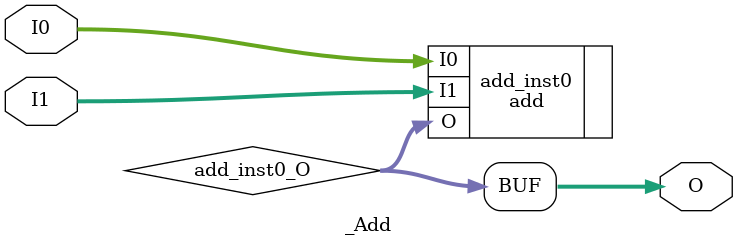
<source format=v>
module _Add (input [7:0] I0, input [7:0] I1, output [7:0] O);
wire [7:0] add_inst0_O;
add add_inst0(.I0(I0), .I1(I1), .O(add_inst0_O));
assign O = add_inst0_O;
endmodule


</source>
